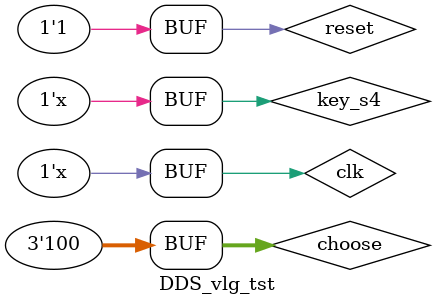
<source format=v>
`timescale 1 ps/ 1 ps
module DDS_vlg_tst();

reg [2:0] choose;
reg clk;
reg key_s4;
reg reset;
// wires                                               
wire clk_25M;
wire [7:0]  out_wave;

// assign statements (if any)                          
DDS i1 (
// port map - connection between master ports and signals/registers   
	.choose(choose),
	.clk(clk),
	.clk_25M(clk_25M),
	.key_s4(key_s4),
	.out_wave(out_wave),
	.reset(reset)
);
initial                                                
begin                                                  
	reset = 0;
	clk = 0;
	#20 reset = 1;   
	choose = 3'b100;
	key_s4 = 0;
end 
                                                   
always #2 clk = ~clk;

always #64000 key_s4 = ~key_s4;
endmodule

</source>
